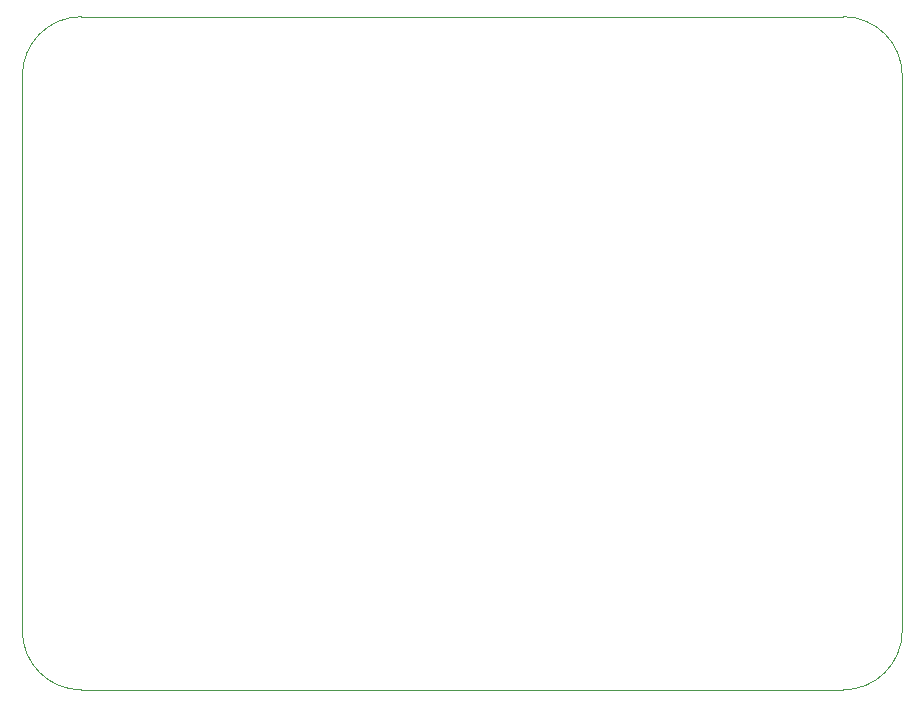
<source format=gm1>
G04 #@! TF.GenerationSoftware,KiCad,Pcbnew,5.1.10*
G04 #@! TF.CreationDate,2021-08-16T10:49:45+12:00*
G04 #@! TF.ProjectId,Output,4f757470-7574-42e6-9b69-6361645f7063,rev?*
G04 #@! TF.SameCoordinates,Original*
G04 #@! TF.FileFunction,Profile,NP*
%FSLAX46Y46*%
G04 Gerber Fmt 4.6, Leading zero omitted, Abs format (unit mm)*
G04 Created by KiCad (PCBNEW 5.1.10) date 2021-08-16 10:49:45*
%MOMM*%
%LPD*%
G01*
G04 APERTURE LIST*
G04 #@! TA.AperFunction,Profile*
%ADD10C,0.050000*%
G04 #@! TD*
G04 APERTURE END LIST*
D10*
X115500000Y-76250000D02*
G75*
G02*
X120500000Y-71250000I5000000J0D01*
G01*
X190000000Y-123250000D02*
G75*
G02*
X185000000Y-128250000I-5000000J0D01*
G01*
X120500000Y-128250000D02*
G75*
G02*
X115500000Y-123250000I0J5000000D01*
G01*
X185000000Y-71250000D02*
G75*
G02*
X190000000Y-76250000I0J-5000000D01*
G01*
X115500000Y-123250000D02*
X115500000Y-76250000D01*
X185000000Y-71250000D02*
X120500000Y-71250000D01*
X190000000Y-123250000D02*
X190000000Y-76250000D01*
X120500000Y-128250000D02*
X185000000Y-128250000D01*
M02*

</source>
